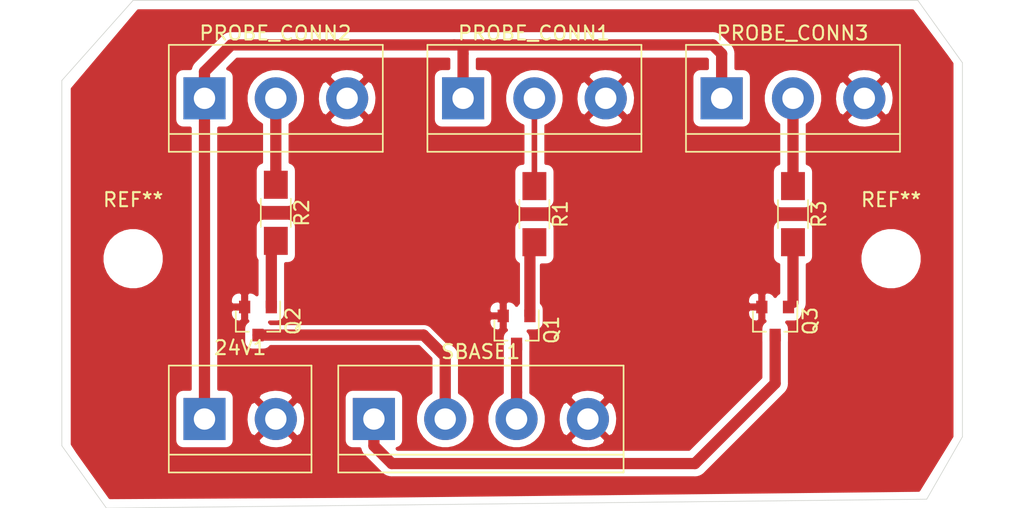
<source format=kicad_pcb>
(kicad_pcb (version 20171130) (host pcbnew "(5.1.9)-1")

  (general
    (thickness 1.6)
    (drawings 8)
    (tracks 29)
    (zones 0)
    (modules 13)
    (nets 12)
  )

  (page A4)
  (layers
    (0 F.Cu signal)
    (31 B.Cu signal)
    (32 B.Adhes user)
    (33 F.Adhes user)
    (34 B.Paste user)
    (35 F.Paste user)
    (36 B.SilkS user)
    (37 F.SilkS user)
    (38 B.Mask user)
    (39 F.Mask user)
    (40 Dwgs.User user)
    (41 Cmts.User user)
    (42 Eco1.User user)
    (43 Eco2.User user)
    (44 Edge.Cuts user)
    (45 Margin user)
    (46 B.CrtYd user)
    (47 F.CrtYd user)
    (48 B.Fab user)
    (49 F.Fab user)
  )

  (setup
    (last_trace_width 0.4)
    (trace_clearance 0.45)
    (zone_clearance 0.508)
    (zone_45_only no)
    (trace_min 0.2)
    (via_size 0.8)
    (via_drill 0.4)
    (via_min_size 0.4)
    (via_min_drill 0.3)
    (uvia_size 0.3)
    (uvia_drill 0.1)
    (uvias_allowed no)
    (uvia_min_size 0.2)
    (uvia_min_drill 0.1)
    (edge_width 0.05)
    (segment_width 0.2)
    (pcb_text_width 0.3)
    (pcb_text_size 1.5 1.5)
    (mod_edge_width 0.12)
    (mod_text_size 1 1)
    (mod_text_width 0.15)
    (pad_size 1.524 1.524)
    (pad_drill 0.762)
    (pad_to_mask_clearance 0)
    (aux_axis_origin 0 0)
    (visible_elements 7FFFFFFF)
    (pcbplotparams
      (layerselection 0x010fc_ffffffff)
      (usegerberextensions false)
      (usegerberattributes true)
      (usegerberadvancedattributes true)
      (creategerberjobfile true)
      (excludeedgelayer true)
      (linewidth 0.100000)
      (plotframeref false)
      (viasonmask false)
      (mode 1)
      (useauxorigin false)
      (hpglpennumber 1)
      (hpglpenspeed 20)
      (hpglpendiameter 15.000000)
      (psnegative false)
      (psa4output false)
      (plotreference true)
      (plotvalue true)
      (plotinvisibletext false)
      (padsonsilk false)
      (subtractmaskfromsilk false)
      (outputformat 1)
      (mirror false)
      (drillshape 1)
      (scaleselection 1)
      (outputdirectory ""))
  )

  (net 0 "")
  (net 1 GND)
  (net 2 24V)
  (net 3 "Net-(PROBE_CONN1-Pad2)")
  (net 4 "Net-(Q1-Pad1)")
  (net 5 "Net-(PROBE_CONN2-Pad2)")
  (net 6 SIGNAL1)
  (net 7 SIGNAL2)
  (net 8 "Net-(Q2-Pad1)")
  (net 9 "Net-(PROBE_CONN3-Pad2)")
  (net 10 SIGNAL3)
  (net 11 "Net-(Q3-Pad1)")

  (net_class Default "This is the default net class."
    (clearance 0.45)
    (trace_width 0.4)
    (via_dia 0.8)
    (via_drill 0.4)
    (uvia_dia 0.3)
    (uvia_drill 0.1)
    (add_net 24V)
    (add_net GND)
    (add_net "Net-(PROBE_CONN1-Pad2)")
    (add_net "Net-(PROBE_CONN2-Pad2)")
    (add_net "Net-(PROBE_CONN3-Pad2)")
    (add_net "Net-(Q1-Pad1)")
    (add_net "Net-(Q2-Pad1)")
    (add_net "Net-(Q3-Pad1)")
    (add_net SIGNAL1)
    (add_net SIGNAL2)
    (add_net SIGNAL3)
  )

  (module TerminalBlock:TerminalBlock_bornier-4_P5.08mm (layer F.Cu) (tedit 59FF03D1) (tstamp 60917CCA)
    (at 136.525 83.185)
    (descr "simple 4-pin terminal block, pitch 5.08mm, revamped version of bornier4")
    (tags "terminal block bornier4")
    (path /60918217)
    (fp_text reference SBASE1 (at 7.6 -4.8) (layer F.SilkS)
      (effects (font (size 1 1) (thickness 0.15)))
    )
    (fp_text value Screw_Terminal_01x04 (at 7.6 4.75) (layer F.Fab)
      (effects (font (size 1 1) (thickness 0.15)))
    )
    (fp_line (start 17.97 4) (end -2.73 4) (layer F.CrtYd) (width 0.05))
    (fp_line (start 17.97 4) (end 17.97 -4) (layer F.CrtYd) (width 0.05))
    (fp_line (start -2.73 -4) (end -2.73 4) (layer F.CrtYd) (width 0.05))
    (fp_line (start -2.73 -4) (end 17.97 -4) (layer F.CrtYd) (width 0.05))
    (fp_line (start -2.54 3.81) (end 17.78 3.81) (layer F.SilkS) (width 0.12))
    (fp_line (start -2.54 -3.81) (end 17.78 -3.81) (layer F.SilkS) (width 0.12))
    (fp_line (start 17.78 2.54) (end -2.54 2.54) (layer F.SilkS) (width 0.12))
    (fp_line (start 17.78 3.81) (end 17.78 -3.81) (layer F.SilkS) (width 0.12))
    (fp_line (start -2.54 -3.81) (end -2.54 3.81) (layer F.SilkS) (width 0.12))
    (fp_line (start 17.72 3.75) (end -2.43 3.75) (layer F.Fab) (width 0.1))
    (fp_line (start 17.72 -3.75) (end 17.72 3.75) (layer F.Fab) (width 0.1))
    (fp_line (start -2.48 -3.75) (end 17.72 -3.75) (layer F.Fab) (width 0.1))
    (fp_line (start -2.48 3.75) (end -2.48 -3.75) (layer F.Fab) (width 0.1))
    (fp_line (start -2.43 3.75) (end -2.48 3.75) (layer F.Fab) (width 0.1))
    (fp_line (start -2.48 2.55) (end 17.72 2.55) (layer F.Fab) (width 0.1))
    (fp_text user %R (at 7.62 0) (layer F.Fab)
      (effects (font (size 1 1) (thickness 0.15)))
    )
    (pad 4 thru_hole circle (at 15.24 0) (size 3 3) (drill 1.52) (layers *.Cu *.Mask)
      (net 1 GND))
    (pad 1 thru_hole rect (at 0 0) (size 3 3) (drill 1.52) (layers *.Cu *.Mask)
      (net 10 SIGNAL3))
    (pad 3 thru_hole circle (at 10.16 0) (size 3 3) (drill 1.52) (layers *.Cu *.Mask)
      (net 6 SIGNAL1))
    (pad 2 thru_hole circle (at 5.08 0) (size 3 3) (drill 1.52) (layers *.Cu *.Mask)
      (net 7 SIGNAL2))
    (model ${KISYS3DMOD}/TerminalBlock.3dshapes/TerminalBlock_bornier-4_P5.08mm.wrl
      (offset (xyz 7.619999885559082 0 0))
      (scale (xyz 1 1 1))
      (rotate (xyz 0 0 0))
    )
  )

  (module Fab:R_1206 (layer F.Cu) (tedit 60020482) (tstamp 60917947)
    (at 166.37 68.58 270)
    (descr "Resistor SMD 1206, hand soldering")
    (tags "resistor 1206")
    (path /6091D788)
    (attr smd)
    (fp_text reference R3 (at 0 -1.85 90) (layer F.SilkS)
      (effects (font (size 1 1) (thickness 0.15)))
    )
    (fp_text value 10K (at 0 1.9 90) (layer F.Fab)
      (effects (font (size 1 1) (thickness 0.15)))
    )
    (fp_line (start -1.6 0.8) (end -1.6 -0.8) (layer F.Fab) (width 0.1))
    (fp_line (start 1.6 0.8) (end -1.6 0.8) (layer F.Fab) (width 0.1))
    (fp_line (start 1.6 -0.8) (end 1.6 0.8) (layer F.Fab) (width 0.1))
    (fp_line (start -1.6 -0.8) (end 1.6 -0.8) (layer F.Fab) (width 0.1))
    (fp_line (start 1 1.07) (end -1 1.07) (layer F.SilkS) (width 0.12))
    (fp_line (start -1 -1.07) (end 1 -1.07) (layer F.SilkS) (width 0.12))
    (fp_line (start -3.25 -1.11) (end 3.25 -1.11) (layer F.CrtYd) (width 0.05))
    (fp_line (start -3.25 -1.11) (end -3.25 1.1) (layer F.CrtYd) (width 0.05))
    (fp_line (start 3.25 1.1) (end 3.25 -1.11) (layer F.CrtYd) (width 0.05))
    (fp_line (start 3.25 1.1) (end -3.25 1.1) (layer F.CrtYd) (width 0.05))
    (fp_text user %R (at 0 0 90) (layer F.Fab)
      (effects (font (size 0.7 0.7) (thickness 0.105)))
    )
    (pad 1 smd rect (at -2 0 270) (size 2 1.7) (layers F.Cu F.Paste F.Mask)
      (net 9 "Net-(PROBE_CONN3-Pad2)"))
    (pad 2 smd rect (at 2 0 270) (size 2 1.7) (layers F.Cu F.Paste F.Mask)
      (net 11 "Net-(Q3-Pad1)"))
    (model ${FAB}/fab.3dshapes/R_1206.step
      (at (xyz 0 0 0))
      (scale (xyz 1 1 1))
      (rotate (xyz 0 0 0))
    )
  )

  (module Package_TO_SOT_SMD:SOT-23 (layer F.Cu) (tedit 5A02FF57) (tstamp 609178F6)
    (at 165.1 76.2 270)
    (descr "SOT-23, Standard")
    (tags SOT-23)
    (path /6091D79A)
    (attr smd)
    (fp_text reference Q3 (at 0 -2.5 90) (layer F.SilkS)
      (effects (font (size 1 1) (thickness 0.15)))
    )
    (fp_text value BC846 (at 0 2.5 90) (layer F.Fab)
      (effects (font (size 1 1) (thickness 0.15)))
    )
    (fp_line (start -0.7 -0.95) (end -0.7 1.5) (layer F.Fab) (width 0.1))
    (fp_line (start -0.15 -1.52) (end 0.7 -1.52) (layer F.Fab) (width 0.1))
    (fp_line (start -0.7 -0.95) (end -0.15 -1.52) (layer F.Fab) (width 0.1))
    (fp_line (start 0.7 -1.52) (end 0.7 1.52) (layer F.Fab) (width 0.1))
    (fp_line (start -0.7 1.52) (end 0.7 1.52) (layer F.Fab) (width 0.1))
    (fp_line (start 0.76 1.58) (end 0.76 0.65) (layer F.SilkS) (width 0.12))
    (fp_line (start 0.76 -1.58) (end 0.76 -0.65) (layer F.SilkS) (width 0.12))
    (fp_line (start -1.7 -1.75) (end 1.7 -1.75) (layer F.CrtYd) (width 0.05))
    (fp_line (start 1.7 -1.75) (end 1.7 1.75) (layer F.CrtYd) (width 0.05))
    (fp_line (start 1.7 1.75) (end -1.7 1.75) (layer F.CrtYd) (width 0.05))
    (fp_line (start -1.7 1.75) (end -1.7 -1.75) (layer F.CrtYd) (width 0.05))
    (fp_line (start 0.76 -1.58) (end -1.4 -1.58) (layer F.SilkS) (width 0.12))
    (fp_line (start 0.76 1.58) (end -0.7 1.58) (layer F.SilkS) (width 0.12))
    (fp_text user %R (at 0 0) (layer F.Fab)
      (effects (font (size 0.5 0.5) (thickness 0.075)))
    )
    (pad 3 smd rect (at 1 0 270) (size 0.9 0.8) (layers F.Cu F.Paste F.Mask)
      (net 10 SIGNAL3))
    (pad 2 smd rect (at -1 0.95 270) (size 0.9 0.8) (layers F.Cu F.Paste F.Mask)
      (net 1 GND))
    (pad 1 smd rect (at -1 -0.95 270) (size 0.9 0.8) (layers F.Cu F.Paste F.Mask)
      (net 11 "Net-(Q3-Pad1)"))
    (model ${KISYS3DMOD}/Package_TO_SOT_SMD.3dshapes/SOT-23.wrl
      (at (xyz 0 0 0))
      (scale (xyz 1 1 1))
      (rotate (xyz 0 0 0))
    )
  )

  (module TerminalBlock:TerminalBlock_bornier-3_P5.08mm (layer F.Cu) (tedit 59FF03B9) (tstamp 60917891)
    (at 161.29 60.325)
    (descr "simple 3-pin terminal block, pitch 5.08mm, revamped version of bornier3")
    (tags "terminal block bornier3")
    (path /6091D78E)
    (fp_text reference PROBE_CONN3 (at 5.05 -4.65) (layer F.SilkS)
      (effects (font (size 1 1) (thickness 0.15)))
    )
    (fp_text value Screw_Terminal_01x03 (at 5.08 5.08) (layer F.Fab)
      (effects (font (size 1 1) (thickness 0.15)))
    )
    (fp_line (start -2.47 2.55) (end 12.63 2.55) (layer F.Fab) (width 0.1))
    (fp_line (start -2.47 -3.75) (end 12.63 -3.75) (layer F.Fab) (width 0.1))
    (fp_line (start 12.63 -3.75) (end 12.63 3.75) (layer F.Fab) (width 0.1))
    (fp_line (start 12.63 3.75) (end -2.47 3.75) (layer F.Fab) (width 0.1))
    (fp_line (start -2.47 3.75) (end -2.47 -3.75) (layer F.Fab) (width 0.1))
    (fp_line (start -2.54 3.81) (end -2.54 -3.81) (layer F.SilkS) (width 0.12))
    (fp_line (start 12.7 3.81) (end 12.7 -3.81) (layer F.SilkS) (width 0.12))
    (fp_line (start -2.54 2.54) (end 12.7 2.54) (layer F.SilkS) (width 0.12))
    (fp_line (start -2.54 -3.81) (end 12.7 -3.81) (layer F.SilkS) (width 0.12))
    (fp_line (start -2.54 3.81) (end 12.7 3.81) (layer F.SilkS) (width 0.12))
    (fp_line (start -2.72 -4) (end 12.88 -4) (layer F.CrtYd) (width 0.05))
    (fp_line (start -2.72 -4) (end -2.72 4) (layer F.CrtYd) (width 0.05))
    (fp_line (start 12.88 4) (end 12.88 -4) (layer F.CrtYd) (width 0.05))
    (fp_line (start 12.88 4) (end -2.72 4) (layer F.CrtYd) (width 0.05))
    (fp_text user %R (at 5.08 0) (layer F.Fab)
      (effects (font (size 1 1) (thickness 0.15)))
    )
    (pad 3 thru_hole circle (at 10.16 0) (size 3 3) (drill 1.52) (layers *.Cu *.Mask)
      (net 1 GND))
    (pad 2 thru_hole circle (at 5.08 0) (size 3 3) (drill 1.52) (layers *.Cu *.Mask)
      (net 9 "Net-(PROBE_CONN3-Pad2)"))
    (pad 1 thru_hole rect (at 0 0) (size 3 3) (drill 1.52) (layers *.Cu *.Mask)
      (net 2 24V))
    (model ${KISYS3DMOD}/TerminalBlock.3dshapes/TerminalBlock_bornier-3_P5.08mm.wrl
      (offset (xyz 5.079999923706055 0 0))
      (scale (xyz 1 1 1))
      (rotate (xyz 0 0 0))
    )
  )

  (module Fab:R_1206 (layer F.Cu) (tedit 60020482) (tstamp 608A98E9)
    (at 129.54 68.485 270)
    (descr "Resistor SMD 1206, hand soldering")
    (tags "resistor 1206")
    (path /608B1886)
    (attr smd)
    (fp_text reference R2 (at 0 -1.85 90) (layer F.SilkS)
      (effects (font (size 1 1) (thickness 0.15)))
    )
    (fp_text value 10K (at 0 1.9 90) (layer F.Fab)
      (effects (font (size 1 1) (thickness 0.15)))
    )
    (fp_line (start 3.25 1.1) (end -3.25 1.1) (layer F.CrtYd) (width 0.05))
    (fp_line (start 3.25 1.1) (end 3.25 -1.11) (layer F.CrtYd) (width 0.05))
    (fp_line (start -3.25 -1.11) (end -3.25 1.1) (layer F.CrtYd) (width 0.05))
    (fp_line (start -3.25 -1.11) (end 3.25 -1.11) (layer F.CrtYd) (width 0.05))
    (fp_line (start -1 -1.07) (end 1 -1.07) (layer F.SilkS) (width 0.12))
    (fp_line (start 1 1.07) (end -1 1.07) (layer F.SilkS) (width 0.12))
    (fp_line (start -1.6 -0.8) (end 1.6 -0.8) (layer F.Fab) (width 0.1))
    (fp_line (start 1.6 -0.8) (end 1.6 0.8) (layer F.Fab) (width 0.1))
    (fp_line (start 1.6 0.8) (end -1.6 0.8) (layer F.Fab) (width 0.1))
    (fp_line (start -1.6 0.8) (end -1.6 -0.8) (layer F.Fab) (width 0.1))
    (fp_text user %R (at 0 0 90) (layer F.Fab)
      (effects (font (size 0.7 0.7) (thickness 0.105)))
    )
    (pad 1 smd rect (at -2 0 270) (size 2 1.7) (layers F.Cu F.Paste F.Mask)
      (net 5 "Net-(PROBE_CONN2-Pad2)"))
    (pad 2 smd rect (at 2 0 270) (size 2 1.7) (layers F.Cu F.Paste F.Mask)
      (net 8 "Net-(Q2-Pad1)"))
    (model ${FAB}/fab.3dshapes/R_1206.step
      (at (xyz 0 0 0))
      (scale (xyz 1 1 1))
      (rotate (xyz 0 0 0))
    )
  )

  (module Package_TO_SOT_SMD:SOT-23 (layer F.Cu) (tedit 5A02FF57) (tstamp 608A98B8)
    (at 128.27 76.2 270)
    (descr "SOT-23, Standard")
    (tags SOT-23)
    (path /608B189B)
    (attr smd)
    (fp_text reference Q2 (at 0 -2.5 90) (layer F.SilkS)
      (effects (font (size 1 1) (thickness 0.15)))
    )
    (fp_text value BC846 (at 0 2.5 90) (layer F.Fab)
      (effects (font (size 1 1) (thickness 0.15)))
    )
    (fp_line (start 0.76 1.58) (end -0.7 1.58) (layer F.SilkS) (width 0.12))
    (fp_line (start 0.76 -1.58) (end -1.4 -1.58) (layer F.SilkS) (width 0.12))
    (fp_line (start -1.7 1.75) (end -1.7 -1.75) (layer F.CrtYd) (width 0.05))
    (fp_line (start 1.7 1.75) (end -1.7 1.75) (layer F.CrtYd) (width 0.05))
    (fp_line (start 1.7 -1.75) (end 1.7 1.75) (layer F.CrtYd) (width 0.05))
    (fp_line (start -1.7 -1.75) (end 1.7 -1.75) (layer F.CrtYd) (width 0.05))
    (fp_line (start 0.76 -1.58) (end 0.76 -0.65) (layer F.SilkS) (width 0.12))
    (fp_line (start 0.76 1.58) (end 0.76 0.65) (layer F.SilkS) (width 0.12))
    (fp_line (start -0.7 1.52) (end 0.7 1.52) (layer F.Fab) (width 0.1))
    (fp_line (start 0.7 -1.52) (end 0.7 1.52) (layer F.Fab) (width 0.1))
    (fp_line (start -0.7 -0.95) (end -0.15 -1.52) (layer F.Fab) (width 0.1))
    (fp_line (start -0.15 -1.52) (end 0.7 -1.52) (layer F.Fab) (width 0.1))
    (fp_line (start -0.7 -0.95) (end -0.7 1.5) (layer F.Fab) (width 0.1))
    (fp_text user %R (at 0 0) (layer F.Fab)
      (effects (font (size 0.5 0.5) (thickness 0.075)))
    )
    (pad 3 smd rect (at 1 0 270) (size 0.9 0.8) (layers F.Cu F.Paste F.Mask)
      (net 7 SIGNAL2))
    (pad 2 smd rect (at -1 0.95 270) (size 0.9 0.8) (layers F.Cu F.Paste F.Mask)
      (net 1 GND))
    (pad 1 smd rect (at -1 -0.95 270) (size 0.9 0.8) (layers F.Cu F.Paste F.Mask)
      (net 8 "Net-(Q2-Pad1)"))
    (model ${KISYS3DMOD}/Package_TO_SOT_SMD.3dshapes/SOT-23.wrl
      (at (xyz 0 0 0))
      (scale (xyz 1 1 1))
      (rotate (xyz 0 0 0))
    )
  )

  (module TerminalBlock:TerminalBlock_bornier-3_P5.08mm (layer F.Cu) (tedit 59FF03B9) (tstamp 608A987B)
    (at 124.46 60.325)
    (descr "simple 3-pin terminal block, pitch 5.08mm, revamped version of bornier3")
    (tags "terminal block bornier3")
    (path /608B188C)
    (fp_text reference PROBE_CONN2 (at 5.05 -4.65) (layer F.SilkS)
      (effects (font (size 1 1) (thickness 0.15)))
    )
    (fp_text value Screw_Terminal_01x03 (at 5.08 5.08) (layer F.Fab)
      (effects (font (size 1 1) (thickness 0.15)))
    )
    (fp_line (start 12.88 4) (end -2.72 4) (layer F.CrtYd) (width 0.05))
    (fp_line (start 12.88 4) (end 12.88 -4) (layer F.CrtYd) (width 0.05))
    (fp_line (start -2.72 -4) (end -2.72 4) (layer F.CrtYd) (width 0.05))
    (fp_line (start -2.72 -4) (end 12.88 -4) (layer F.CrtYd) (width 0.05))
    (fp_line (start -2.54 3.81) (end 12.7 3.81) (layer F.SilkS) (width 0.12))
    (fp_line (start -2.54 -3.81) (end 12.7 -3.81) (layer F.SilkS) (width 0.12))
    (fp_line (start -2.54 2.54) (end 12.7 2.54) (layer F.SilkS) (width 0.12))
    (fp_line (start 12.7 3.81) (end 12.7 -3.81) (layer F.SilkS) (width 0.12))
    (fp_line (start -2.54 3.81) (end -2.54 -3.81) (layer F.SilkS) (width 0.12))
    (fp_line (start -2.47 3.75) (end -2.47 -3.75) (layer F.Fab) (width 0.1))
    (fp_line (start 12.63 3.75) (end -2.47 3.75) (layer F.Fab) (width 0.1))
    (fp_line (start 12.63 -3.75) (end 12.63 3.75) (layer F.Fab) (width 0.1))
    (fp_line (start -2.47 -3.75) (end 12.63 -3.75) (layer F.Fab) (width 0.1))
    (fp_line (start -2.47 2.55) (end 12.63 2.55) (layer F.Fab) (width 0.1))
    (fp_text user %R (at 5.08 0) (layer F.Fab)
      (effects (font (size 1 1) (thickness 0.15)))
    )
    (pad 3 thru_hole circle (at 10.16 0) (size 3 3) (drill 1.52) (layers *.Cu *.Mask)
      (net 1 GND))
    (pad 2 thru_hole circle (at 5.08 0) (size 3 3) (drill 1.52) (layers *.Cu *.Mask)
      (net 5 "Net-(PROBE_CONN2-Pad2)"))
    (pad 1 thru_hole rect (at 0 0) (size 3 3) (drill 1.52) (layers *.Cu *.Mask)
      (net 2 24V))
    (model ${KISYS3DMOD}/TerminalBlock.3dshapes/TerminalBlock_bornier-3_P5.08mm.wrl
      (offset (xyz 5.079999923706055 0 0))
      (scale (xyz 1 1 1))
      (rotate (xyz 0 0 0))
    )
  )

  (module MountingHole:MountingHole_3.2mm_M3 (layer F.Cu) (tedit 56D1B4CB) (tstamp 608227A6)
    (at 119.38 71.755)
    (descr "Mounting Hole 3.2mm, no annular, M3")
    (tags "mounting hole 3.2mm no annular m3")
    (attr virtual)
    (fp_text reference REF** (at 0 -4.2) (layer F.SilkS)
      (effects (font (size 1 1) (thickness 0.15)))
    )
    (fp_text value MountingHole_3.2mm_M3 (at 0 4.2) (layer F.Fab)
      (effects (font (size 1 1) (thickness 0.15)))
    )
    (fp_circle (center 0 0) (end 3.2 0) (layer Cmts.User) (width 0.15))
    (fp_circle (center 0 0) (end 3.45 0) (layer F.CrtYd) (width 0.05))
    (fp_text user %R (at 0.3 0) (layer F.Fab)
      (effects (font (size 1 1) (thickness 0.15)))
    )
    (pad 1 np_thru_hole circle (at 0 0) (size 3.2 3.2) (drill 3.2) (layers *.Cu *.Mask))
  )

  (module MountingHole:MountingHole_3.2mm_M3 (layer F.Cu) (tedit 56D1B4CB) (tstamp 60822782)
    (at 173.355 71.755)
    (descr "Mounting Hole 3.2mm, no annular, M3")
    (tags "mounting hole 3.2mm no annular m3")
    (attr virtual)
    (fp_text reference REF** (at 0 -4.2) (layer F.SilkS)
      (effects (font (size 1 1) (thickness 0.15)))
    )
    (fp_text value MountingHole_3.2mm_M3 (at 0 4.2) (layer F.Fab)
      (effects (font (size 1 1) (thickness 0.15)))
    )
    (fp_circle (center 0 0) (end 3.2 0) (layer Cmts.User) (width 0.15))
    (fp_circle (center 0 0) (end 3.45 0) (layer F.CrtYd) (width 0.05))
    (fp_text user %R (at 0.3 0) (layer F.Fab)
      (effects (font (size 1 1) (thickness 0.15)))
    )
    (pad 1 np_thru_hole circle (at 0 0) (size 3.2 3.2) (drill 3.2) (layers *.Cu *.Mask))
  )

  (module TerminalBlock:TerminalBlock_bornier-3_P5.08mm (layer F.Cu) (tedit 59FF03B9) (tstamp 60822272)
    (at 142.875 60.325)
    (descr "simple 3-pin terminal block, pitch 5.08mm, revamped version of bornier3")
    (tags "terminal block bornier3")
    (path /6081C765)
    (fp_text reference PROBE_CONN1 (at 5.05 -4.65) (layer F.SilkS)
      (effects (font (size 1 1) (thickness 0.15)))
    )
    (fp_text value Screw_Terminal_01x03 (at 5.08 5.08) (layer F.Fab)
      (effects (font (size 1 1) (thickness 0.15)))
    )
    (fp_line (start -2.47 2.55) (end 12.63 2.55) (layer F.Fab) (width 0.1))
    (fp_line (start -2.47 -3.75) (end 12.63 -3.75) (layer F.Fab) (width 0.1))
    (fp_line (start 12.63 -3.75) (end 12.63 3.75) (layer F.Fab) (width 0.1))
    (fp_line (start 12.63 3.75) (end -2.47 3.75) (layer F.Fab) (width 0.1))
    (fp_line (start -2.47 3.75) (end -2.47 -3.75) (layer F.Fab) (width 0.1))
    (fp_line (start -2.54 3.81) (end -2.54 -3.81) (layer F.SilkS) (width 0.12))
    (fp_line (start 12.7 3.81) (end 12.7 -3.81) (layer F.SilkS) (width 0.12))
    (fp_line (start -2.54 2.54) (end 12.7 2.54) (layer F.SilkS) (width 0.12))
    (fp_line (start -2.54 -3.81) (end 12.7 -3.81) (layer F.SilkS) (width 0.12))
    (fp_line (start -2.54 3.81) (end 12.7 3.81) (layer F.SilkS) (width 0.12))
    (fp_line (start -2.72 -4) (end 12.88 -4) (layer F.CrtYd) (width 0.05))
    (fp_line (start -2.72 -4) (end -2.72 4) (layer F.CrtYd) (width 0.05))
    (fp_line (start 12.88 4) (end 12.88 -4) (layer F.CrtYd) (width 0.05))
    (fp_line (start 12.88 4) (end -2.72 4) (layer F.CrtYd) (width 0.05))
    (fp_text user %R (at 5.08 0) (layer F.Fab)
      (effects (font (size 1 1) (thickness 0.15)))
    )
    (pad 3 thru_hole circle (at 10.16 0) (size 3 3) (drill 1.52) (layers *.Cu *.Mask)
      (net 1 GND))
    (pad 2 thru_hole circle (at 5.08 0) (size 3 3) (drill 1.52) (layers *.Cu *.Mask)
      (net 3 "Net-(PROBE_CONN1-Pad2)"))
    (pad 1 thru_hole rect (at 0 0) (size 3 3) (drill 1.52) (layers *.Cu *.Mask)
      (net 2 24V))
    (model ${KISYS3DMOD}/TerminalBlock.3dshapes/TerminalBlock_bornier-3_P5.08mm.wrl
      (offset (xyz 5.079999923706055 0 0))
      (scale (xyz 1 1 1))
      (rotate (xyz 0 0 0))
    )
  )

  (module Fab:R_1206 (layer F.Cu) (tedit 60020482) (tstamp 60822298)
    (at 147.955 68.58 270)
    (descr "Resistor SMD 1206, hand soldering")
    (tags "resistor 1206")
    (path /6081C1EB)
    (attr smd)
    (fp_text reference R1 (at 0 -1.85 90) (layer F.SilkS)
      (effects (font (size 1 1) (thickness 0.15)))
    )
    (fp_text value 10K (at 0 1.9 90) (layer F.Fab)
      (effects (font (size 1 1) (thickness 0.15)))
    )
    (fp_line (start -1.6 0.8) (end -1.6 -0.8) (layer F.Fab) (width 0.1))
    (fp_line (start 1.6 0.8) (end -1.6 0.8) (layer F.Fab) (width 0.1))
    (fp_line (start 1.6 -0.8) (end 1.6 0.8) (layer F.Fab) (width 0.1))
    (fp_line (start -1.6 -0.8) (end 1.6 -0.8) (layer F.Fab) (width 0.1))
    (fp_line (start 1 1.07) (end -1 1.07) (layer F.SilkS) (width 0.12))
    (fp_line (start -1 -1.07) (end 1 -1.07) (layer F.SilkS) (width 0.12))
    (fp_line (start -3.25 -1.11) (end 3.25 -1.11) (layer F.CrtYd) (width 0.05))
    (fp_line (start -3.25 -1.11) (end -3.25 1.1) (layer F.CrtYd) (width 0.05))
    (fp_line (start 3.25 1.1) (end 3.25 -1.11) (layer F.CrtYd) (width 0.05))
    (fp_line (start 3.25 1.1) (end -3.25 1.1) (layer F.CrtYd) (width 0.05))
    (fp_text user %R (at 0 0 90) (layer F.Fab)
      (effects (font (size 0.7 0.7) (thickness 0.105)))
    )
    (pad 1 smd rect (at -2 0 270) (size 2 1.7) (layers F.Cu F.Paste F.Mask)
      (net 3 "Net-(PROBE_CONN1-Pad2)"))
    (pad 2 smd rect (at 2 0 270) (size 2 1.7) (layers F.Cu F.Paste F.Mask)
      (net 4 "Net-(Q1-Pad1)"))
    (model ${FAB}/fab.3dshapes/R_1206.step
      (at (xyz 0 0 0))
      (scale (xyz 1 1 1))
      (rotate (xyz 0 0 0))
    )
  )

  (module Package_TO_SOT_SMD:SOT-23 (layer F.Cu) (tedit 5A02FF57) (tstamp 60822287)
    (at 146.685 76.835 270)
    (descr "SOT-23, Standard")
    (tags SOT-23)
    (path /6082576C)
    (attr smd)
    (fp_text reference Q1 (at 0 -2.5 90) (layer F.SilkS)
      (effects (font (size 1 1) (thickness 0.15)))
    )
    (fp_text value BC846 (at 0 2.5 90) (layer F.Fab)
      (effects (font (size 1 1) (thickness 0.15)))
    )
    (fp_line (start -0.7 -0.95) (end -0.7 1.5) (layer F.Fab) (width 0.1))
    (fp_line (start -0.15 -1.52) (end 0.7 -1.52) (layer F.Fab) (width 0.1))
    (fp_line (start -0.7 -0.95) (end -0.15 -1.52) (layer F.Fab) (width 0.1))
    (fp_line (start 0.7 -1.52) (end 0.7 1.52) (layer F.Fab) (width 0.1))
    (fp_line (start -0.7 1.52) (end 0.7 1.52) (layer F.Fab) (width 0.1))
    (fp_line (start 0.76 1.58) (end 0.76 0.65) (layer F.SilkS) (width 0.12))
    (fp_line (start 0.76 -1.58) (end 0.76 -0.65) (layer F.SilkS) (width 0.12))
    (fp_line (start -1.7 -1.75) (end 1.7 -1.75) (layer F.CrtYd) (width 0.05))
    (fp_line (start 1.7 -1.75) (end 1.7 1.75) (layer F.CrtYd) (width 0.05))
    (fp_line (start 1.7 1.75) (end -1.7 1.75) (layer F.CrtYd) (width 0.05))
    (fp_line (start -1.7 1.75) (end -1.7 -1.75) (layer F.CrtYd) (width 0.05))
    (fp_line (start 0.76 -1.58) (end -1.4 -1.58) (layer F.SilkS) (width 0.12))
    (fp_line (start 0.76 1.58) (end -0.7 1.58) (layer F.SilkS) (width 0.12))
    (fp_text user %R (at 0 0) (layer F.Fab)
      (effects (font (size 0.5 0.5) (thickness 0.075)))
    )
    (pad 3 smd rect (at 1 0 270) (size 0.9 0.8) (layers F.Cu F.Paste F.Mask)
      (net 6 SIGNAL1))
    (pad 2 smd rect (at -1 0.95 270) (size 0.9 0.8) (layers F.Cu F.Paste F.Mask)
      (net 1 GND))
    (pad 1 smd rect (at -1 -0.95 270) (size 0.9 0.8) (layers F.Cu F.Paste F.Mask)
      (net 4 "Net-(Q1-Pad1)"))
    (model ${KISYS3DMOD}/Package_TO_SOT_SMD.3dshapes/SOT-23.wrl
      (at (xyz 0 0 0))
      (scale (xyz 1 1 1))
      (rotate (xyz 0 0 0))
    )
  )

  (module TerminalBlock:TerminalBlock_bornier-2_P5.08mm (layer F.Cu) (tedit 59FF03AB) (tstamp 6082225C)
    (at 124.46 83.185)
    (descr "simple 2-pin terminal block, pitch 5.08mm, revamped version of bornier2")
    (tags "terminal block bornier2")
    (path /608278C1)
    (fp_text reference 24V1 (at 2.54 -5.08) (layer F.SilkS)
      (effects (font (size 1 1) (thickness 0.15)))
    )
    (fp_text value Screw_Terminal_01x02 (at 2.54 5.08) (layer F.Fab)
      (effects (font (size 1 1) (thickness 0.15)))
    )
    (fp_line (start -2.41 2.55) (end 7.49 2.55) (layer F.Fab) (width 0.1))
    (fp_line (start -2.46 -3.75) (end -2.46 3.75) (layer F.Fab) (width 0.1))
    (fp_line (start -2.46 3.75) (end 7.54 3.75) (layer F.Fab) (width 0.1))
    (fp_line (start 7.54 3.75) (end 7.54 -3.75) (layer F.Fab) (width 0.1))
    (fp_line (start 7.54 -3.75) (end -2.46 -3.75) (layer F.Fab) (width 0.1))
    (fp_line (start 7.62 2.54) (end -2.54 2.54) (layer F.SilkS) (width 0.12))
    (fp_line (start 7.62 3.81) (end 7.62 -3.81) (layer F.SilkS) (width 0.12))
    (fp_line (start 7.62 -3.81) (end -2.54 -3.81) (layer F.SilkS) (width 0.12))
    (fp_line (start -2.54 -3.81) (end -2.54 3.81) (layer F.SilkS) (width 0.12))
    (fp_line (start -2.54 3.81) (end 7.62 3.81) (layer F.SilkS) (width 0.12))
    (fp_line (start -2.71 -4) (end 7.79 -4) (layer F.CrtYd) (width 0.05))
    (fp_line (start -2.71 -4) (end -2.71 4) (layer F.CrtYd) (width 0.05))
    (fp_line (start 7.79 4) (end 7.79 -4) (layer F.CrtYd) (width 0.05))
    (fp_line (start 7.79 4) (end -2.71 4) (layer F.CrtYd) (width 0.05))
    (fp_text user %R (at 2.54 0) (layer F.Fab)
      (effects (font (size 1 1) (thickness 0.15)))
    )
    (pad 2 thru_hole circle (at 5.08 0) (size 3 3) (drill 1.52) (layers *.Cu *.Mask)
      (net 1 GND))
    (pad 1 thru_hole rect (at 0 0) (size 3 3) (drill 1.52) (layers *.Cu *.Mask)
      (net 2 24V))
    (model ${KISYS3DMOD}/TerminalBlock.3dshapes/TerminalBlock_bornier-2_P5.08mm.wrl
      (offset (xyz 2.539999961853027 0 0))
      (scale (xyz 1 1 1))
      (rotate (xyz 0 0 0))
    )
  )

  (gr_line (start 119.38 53.34) (end 175.26 53.34) (layer Edge.Cuts) (width 0.05) (tstamp 60924BAE))
  (gr_line (start 114.3 59.055) (end 119.38 53.34) (layer Edge.Cuts) (width 0.05))
  (gr_line (start 114.3 85.09) (end 114.3 59.055) (layer Edge.Cuts) (width 0.05))
  (gr_line (start 117.475 89.535) (end 114.3 85.09) (layer Edge.Cuts) (width 0.05))
  (gr_line (start 175.895 88.9) (end 117.475 89.535) (layer Edge.Cuts) (width 0.05))
  (gr_line (start 178.435 84.455) (end 175.895 88.9) (layer Edge.Cuts) (width 0.05))
  (gr_line (start 178.435 57.785) (end 178.435 84.455) (layer Edge.Cuts) (width 0.05))
  (gr_line (start 175.26 53.34) (end 178.435 57.785) (layer Edge.Cuts) (width 0.05))

  (segment (start 124.46 60.325) (end 124.46 58.42) (width 0.8) (layer F.Cu) (net 2))
  (segment (start 124.46 58.42) (end 126.365 56.515) (width 0.8) (layer F.Cu) (net 2))
  (segment (start 126.365 56.515) (end 142.24 56.515) (width 0.8) (layer F.Cu) (net 2))
  (segment (start 142.875 57.15) (end 142.875 60.325) (width 0.8) (layer F.Cu) (net 2))
  (segment (start 124.46 83.185) (end 124.46 60.325) (width 0.8) (layer F.Cu) (net 2))
  (segment (start 161.29 57.15) (end 161.29 60.325) (width 0.8) (layer F.Cu) (net 2))
  (segment (start 160.655 56.515) (end 161.29 57.15) (width 0.8) (layer F.Cu) (net 2))
  (segment (start 142.875 57.15) (end 142.875 56.515) (width 0.8) (layer F.Cu) (net 2))
  (segment (start 142.875 56.515) (end 160.655 56.515) (width 0.8) (layer F.Cu) (net 2))
  (segment (start 142.24 56.515) (end 142.875 56.515) (width 0.8) (layer F.Cu) (net 2))
  (segment (start 147.955 66.58) (end 147.955 60.325) (width 0.4) (layer F.Cu) (net 3))
  (segment (start 147.635 70.9) (end 147.955 70.58) (width 0.4) (layer F.Cu) (net 4))
  (segment (start 147.635 75.835) (end 147.635 70.9) (width 0.8) (layer F.Cu) (net 4))
  (segment (start 129.54 66.485) (end 129.54 60.325) (width 0.8) (layer F.Cu) (net 5))
  (segment (start 146.685 81.28) (end 146.685 77.835) (width 0.8) (layer F.Cu) (net 6))
  (segment (start 146.685 81.28) (end 146.685 83.185) (width 0.8) (layer F.Cu) (net 6))
  (segment (start 140.065 77.2) (end 128.27 77.2) (width 0.8) (layer F.Cu) (net 7))
  (segment (start 141.605 78.74) (end 140.065 77.2) (width 0.8) (layer F.Cu) (net 7))
  (segment (start 141.605 83.185) (end 141.605 78.74) (width 0.8) (layer F.Cu) (net 7))
  (segment (start 129.22 70.805) (end 129.54 70.485) (width 0.4) (layer F.Cu) (net 8))
  (segment (start 129.22 75.2) (end 129.22 70.805) (width 0.8) (layer F.Cu) (net 8))
  (segment (start 166.37 66.58) (end 166.37 60.325) (width 0.8) (layer F.Cu) (net 9))
  (segment (start 165.1 77.2) (end 165.1 80.645) (width 0.8) (layer F.Cu) (net 10))
  (segment (start 165.1 80.645) (end 159.385 86.36) (width 0.8) (layer F.Cu) (net 10))
  (segment (start 159.385 86.36) (end 137.795 86.36) (width 0.8) (layer F.Cu) (net 10))
  (segment (start 136.525 85.09) (end 136.525 83.185) (width 0.8) (layer F.Cu) (net 10))
  (segment (start 137.795 86.36) (end 136.525 85.09) (width 0.8) (layer F.Cu) (net 10))
  (segment (start 166.37 74.88) (end 166.05 75.2) (width 0.4) (layer F.Cu) (net 11))
  (segment (start 166.37 70.58) (end 166.37 74.88) (width 0.8) (layer F.Cu) (net 11))

  (zone (net 1) (net_name GND) (layer F.Cu) (tstamp 0) (hatch edge 0.508)
    (connect_pads (clearance 0.508))
    (min_thickness 0.254)
    (fill yes (arc_segments 32) (thermal_gap 0.508) (thermal_bridge_width 0.508))
    (polygon
      (pts
        (xy 177.8 57.785) (xy 177.8 84.455) (xy 175.26 88.5825) (xy 117.475 88.9) (xy 114.935 85.009185)
        (xy 114.935 59.609185) (xy 119.6975 53.975) (xy 174.9425 53.975)
      )
    )
    (filled_polygon
      (pts
        (xy 177.277394 57.299858) (xy 177.673 57.853707) (xy 177.673 84.419053) (xy 175.317811 88.246235) (xy 136.44475 88.668769)
        (xy 117.740746 88.771538) (xy 115.440507 85.551205) (xy 115.062 84.971401) (xy 115.062 71.534872) (xy 117.145 71.534872)
        (xy 117.145 71.975128) (xy 117.23089 72.406925) (xy 117.399369 72.813669) (xy 117.643962 73.179729) (xy 117.955271 73.491038)
        (xy 118.321331 73.735631) (xy 118.728075 73.90411) (xy 119.159872 73.99) (xy 119.600128 73.99) (xy 120.031925 73.90411)
        (xy 120.438669 73.735631) (xy 120.804729 73.491038) (xy 121.116038 73.179729) (xy 121.360631 72.813669) (xy 121.52911 72.406925)
        (xy 121.615 71.975128) (xy 121.615 71.534872) (xy 121.52911 71.103075) (xy 121.360631 70.696331) (xy 121.116038 70.330271)
        (xy 120.804729 70.018962) (xy 120.438669 69.774369) (xy 120.031925 69.60589) (xy 119.600128 69.52) (xy 119.159872 69.52)
        (xy 118.728075 69.60589) (xy 118.321331 69.774369) (xy 117.955271 70.018962) (xy 117.643962 70.330271) (xy 117.399369 70.696331)
        (xy 117.23089 71.103075) (xy 117.145 71.534872) (xy 115.062 71.534872) (xy 115.062 59.655671) (xy 115.764154 58.825)
        (xy 122.321928 58.825) (xy 122.321928 61.825) (xy 122.334188 61.949482) (xy 122.370498 62.06918) (xy 122.429463 62.179494)
        (xy 122.508815 62.276185) (xy 122.605506 62.355537) (xy 122.71582 62.414502) (xy 122.835518 62.450812) (xy 122.96 62.463072)
        (xy 123.425001 62.463072) (xy 123.425 81.046928) (xy 122.96 81.046928) (xy 122.835518 81.059188) (xy 122.71582 81.095498)
        (xy 122.605506 81.154463) (xy 122.508815 81.233815) (xy 122.429463 81.330506) (xy 122.370498 81.44082) (xy 122.334188 81.560518)
        (xy 122.321928 81.685) (xy 122.321928 84.685) (xy 122.334188 84.809482) (xy 122.370498 84.92918) (xy 122.429463 85.039494)
        (xy 122.508815 85.136185) (xy 122.605506 85.215537) (xy 122.71582 85.274502) (xy 122.835518 85.310812) (xy 122.96 85.323072)
        (xy 125.96 85.323072) (xy 126.084482 85.310812) (xy 126.20418 85.274502) (xy 126.314494 85.215537) (xy 126.411185 85.136185)
        (xy 126.490537 85.039494) (xy 126.549502 84.92918) (xy 126.585812 84.809482) (xy 126.598072 84.685) (xy 126.598072 84.676653)
        (xy 128.227952 84.676653) (xy 128.383962 84.992214) (xy 128.758745 85.18302) (xy 129.163551 85.297044) (xy 129.582824 85.329902)
        (xy 130.000451 85.280334) (xy 130.400383 85.150243) (xy 130.696038 84.992214) (xy 130.852048 84.676653) (xy 129.54 83.364605)
        (xy 128.227952 84.676653) (xy 126.598072 84.676653) (xy 126.598072 83.227824) (xy 127.395098 83.227824) (xy 127.444666 83.645451)
        (xy 127.574757 84.045383) (xy 127.732786 84.341038) (xy 128.048347 84.497048) (xy 129.360395 83.185) (xy 129.719605 83.185)
        (xy 131.031653 84.497048) (xy 131.347214 84.341038) (xy 131.53802 83.966255) (xy 131.652044 83.561449) (xy 131.684902 83.142176)
        (xy 131.635334 82.724549) (xy 131.505243 82.324617) (xy 131.347214 82.028962) (xy 131.031653 81.872952) (xy 129.719605 83.185)
        (xy 129.360395 83.185) (xy 128.048347 81.872952) (xy 127.732786 82.028962) (xy 127.54198 82.403745) (xy 127.427956 82.808551)
        (xy 127.395098 83.227824) (xy 126.598072 83.227824) (xy 126.598072 81.693347) (xy 128.227952 81.693347) (xy 129.54 83.005395)
        (xy 130.852048 81.693347) (xy 130.847922 81.685) (xy 134.386928 81.685) (xy 134.386928 84.685) (xy 134.399188 84.809482)
        (xy 134.435498 84.92918) (xy 134.494463 85.039494) (xy 134.573815 85.136185) (xy 134.670506 85.215537) (xy 134.78082 85.274502)
        (xy 134.900518 85.310812) (xy 135.025 85.323072) (xy 135.51413 85.323072) (xy 135.564159 85.487992) (xy 135.660266 85.667797)
        (xy 135.789604 85.825396) (xy 135.829097 85.857807) (xy 137.027197 87.055908) (xy 137.059604 87.095396) (xy 137.099092 87.127803)
        (xy 137.217202 87.224734) (xy 137.313309 87.276104) (xy 137.397007 87.320841) (xy 137.592105 87.380024) (xy 137.744162 87.395)
        (xy 137.744171 87.395) (xy 137.794999 87.400006) (xy 137.845827 87.395) (xy 159.334172 87.395) (xy 159.385 87.400006)
        (xy 159.435828 87.395) (xy 159.435838 87.395) (xy 159.587895 87.380024) (xy 159.782993 87.320841) (xy 159.962797 87.224734)
        (xy 160.120396 87.095396) (xy 160.152807 87.055903) (xy 165.795908 81.412803) (xy 165.835396 81.380396) (xy 165.90713 81.292988)
        (xy 165.964734 81.222798) (xy 166.060841 81.042994) (xy 166.074615 80.997585) (xy 166.120024 80.847895) (xy 166.135 80.695838)
        (xy 166.135 80.695835) (xy 166.140007 80.645) (xy 166.135 80.594165) (xy 166.135 77.681192) (xy 166.138072 77.65)
        (xy 166.138072 76.75) (xy 166.125812 76.625518) (xy 166.089502 76.50582) (xy 166.030537 76.395506) (xy 165.951185 76.298815)
        (xy 165.938095 76.288072) (xy 166.45 76.288072) (xy 166.574482 76.275812) (xy 166.69418 76.239502) (xy 166.804494 76.180537)
        (xy 166.901185 76.101185) (xy 166.980537 76.004494) (xy 167.039502 75.89418) (xy 167.075812 75.774482) (xy 167.088072 75.65)
        (xy 167.088072 75.629613) (xy 167.105396 75.615396) (xy 167.234734 75.457797) (xy 167.330841 75.277993) (xy 167.390024 75.082895)
        (xy 167.405 74.930838) (xy 167.405 72.187454) (xy 167.46418 72.169502) (xy 167.574494 72.110537) (xy 167.671185 72.031185)
        (xy 167.750537 71.934494) (xy 167.809502 71.82418) (xy 167.845812 71.704482) (xy 167.858072 71.58) (xy 167.858072 71.534872)
        (xy 171.12 71.534872) (xy 171.12 71.975128) (xy 171.20589 72.406925) (xy 171.374369 72.813669) (xy 171.618962 73.179729)
        (xy 171.930271 73.491038) (xy 172.296331 73.735631) (xy 172.703075 73.90411) (xy 173.134872 73.99) (xy 173.575128 73.99)
        (xy 174.006925 73.90411) (xy 174.413669 73.735631) (xy 174.779729 73.491038) (xy 175.091038 73.179729) (xy 175.335631 72.813669)
        (xy 175.50411 72.406925) (xy 175.59 71.975128) (xy 175.59 71.534872) (xy 175.50411 71.103075) (xy 175.335631 70.696331)
        (xy 175.091038 70.330271) (xy 174.779729 70.018962) (xy 174.413669 69.774369) (xy 174.006925 69.60589) (xy 173.575128 69.52)
        (xy 173.134872 69.52) (xy 172.703075 69.60589) (xy 172.296331 69.774369) (xy 171.930271 70.018962) (xy 171.618962 70.330271)
        (xy 171.374369 70.696331) (xy 171.20589 71.103075) (xy 171.12 71.534872) (xy 167.858072 71.534872) (xy 167.858072 69.58)
        (xy 167.845812 69.455518) (xy 167.809502 69.33582) (xy 167.750537 69.225506) (xy 167.671185 69.128815) (xy 167.574494 69.049463)
        (xy 167.46418 68.990498) (xy 167.344482 68.954188) (xy 167.22 68.941928) (xy 165.52 68.941928) (xy 165.395518 68.954188)
        (xy 165.27582 68.990498) (xy 165.165506 69.049463) (xy 165.068815 69.128815) (xy 164.989463 69.225506) (xy 164.930498 69.33582)
        (xy 164.894188 69.455518) (xy 164.881928 69.58) (xy 164.881928 71.58) (xy 164.894188 71.704482) (xy 164.930498 71.82418)
        (xy 164.989463 71.934494) (xy 165.068815 72.031185) (xy 165.165506 72.110537) (xy 165.27582 72.169502) (xy 165.335 72.187454)
        (xy 165.335001 74.198352) (xy 165.295506 74.219463) (xy 165.198815 74.298815) (xy 165.119463 74.395506) (xy 165.1 74.431918)
        (xy 165.080537 74.395506) (xy 165.001185 74.298815) (xy 164.904494 74.219463) (xy 164.79418 74.160498) (xy 164.674482 74.124188)
        (xy 164.55 74.111928) (xy 164.43575 74.115) (xy 164.277 74.27375) (xy 164.277 75.073) (xy 164.297 75.073)
        (xy 164.297 75.327) (xy 164.277 75.327) (xy 164.277 76.12625) (xy 164.361607 76.210857) (xy 164.345506 76.219463)
        (xy 164.248815 76.298815) (xy 164.169463 76.395506) (xy 164.110498 76.50582) (xy 164.074188 76.625518) (xy 164.061928 76.75)
        (xy 164.061928 77.65) (xy 164.065 77.681193) (xy 164.065001 80.216288) (xy 158.95629 85.325) (xy 151.849125 85.325)
        (xy 152.225451 85.280334) (xy 152.625383 85.150243) (xy 152.921038 84.992214) (xy 153.077048 84.676653) (xy 151.765 83.364605)
        (xy 150.452952 84.676653) (xy 150.608962 84.992214) (xy 150.983745 85.18302) (xy 151.388551 85.297044) (xy 151.745274 85.325)
        (xy 138.223711 85.325) (xy 138.195549 85.296838) (xy 138.26918 85.274502) (xy 138.379494 85.215537) (xy 138.476185 85.136185)
        (xy 138.555537 85.039494) (xy 138.614502 84.92918) (xy 138.650812 84.809482) (xy 138.663072 84.685) (xy 138.663072 81.685)
        (xy 138.650812 81.560518) (xy 138.614502 81.44082) (xy 138.555537 81.330506) (xy 138.476185 81.233815) (xy 138.379494 81.154463)
        (xy 138.26918 81.095498) (xy 138.149482 81.059188) (xy 138.025 81.046928) (xy 135.025 81.046928) (xy 134.900518 81.059188)
        (xy 134.78082 81.095498) (xy 134.670506 81.154463) (xy 134.573815 81.233815) (xy 134.494463 81.330506) (xy 134.435498 81.44082)
        (xy 134.399188 81.560518) (xy 134.386928 81.685) (xy 130.847922 81.685) (xy 130.696038 81.377786) (xy 130.321255 81.18698)
        (xy 129.916449 81.072956) (xy 129.497176 81.040098) (xy 129.079549 81.089666) (xy 128.679617 81.219757) (xy 128.383962 81.377786)
        (xy 128.227952 81.693347) (xy 126.598072 81.693347) (xy 126.598072 81.685) (xy 126.585812 81.560518) (xy 126.549502 81.44082)
        (xy 126.490537 81.330506) (xy 126.411185 81.233815) (xy 126.314494 81.154463) (xy 126.20418 81.095498) (xy 126.084482 81.059188)
        (xy 125.96 81.046928) (xy 125.495 81.046928) (xy 125.495 76.75) (xy 127.231928 76.75) (xy 127.231928 77.65)
        (xy 127.244188 77.774482) (xy 127.280498 77.89418) (xy 127.339463 78.004494) (xy 127.418815 78.101185) (xy 127.515506 78.180537)
        (xy 127.62582 78.239502) (xy 127.745518 78.275812) (xy 127.87 78.288072) (xy 128.67 78.288072) (xy 128.794482 78.275812)
        (xy 128.91418 78.239502) (xy 129.024494 78.180537) (xy 129.121185 78.101185) (xy 129.175501 78.035) (xy 139.719133 78.035)
        (xy 140.570001 78.885869) (xy 140.57 81.308822) (xy 140.244017 81.526637) (xy 139.946637 81.824017) (xy 139.712988 82.173698)
        (xy 139.552047 82.562244) (xy 139.47 82.974721) (xy 139.47 83.395279) (xy 139.552047 83.807756) (xy 139.712988 84.196302)
        (xy 139.946637 84.545983) (xy 140.244017 84.843363) (xy 140.593698 85.077012) (xy 140.982244 85.237953) (xy 141.394721 85.32)
        (xy 141.815279 85.32) (xy 142.227756 85.237953) (xy 142.616302 85.077012) (xy 142.965983 84.843363) (xy 143.263363 84.545983)
        (xy 143.497012 84.196302) (xy 143.657953 83.807756) (xy 143.74 83.395279) (xy 143.74 82.974721) (xy 144.55 82.974721)
        (xy 144.55 83.395279) (xy 144.632047 83.807756) (xy 144.792988 84.196302) (xy 145.026637 84.545983) (xy 145.324017 84.843363)
        (xy 145.673698 85.077012) (xy 146.062244 85.237953) (xy 146.474721 85.32) (xy 146.895279 85.32) (xy 147.307756 85.237953)
        (xy 147.696302 85.077012) (xy 148.045983 84.843363) (xy 148.343363 84.545983) (xy 148.577012 84.196302) (xy 148.737953 83.807756)
        (xy 148.82 83.395279) (xy 148.82 83.227824) (xy 149.620098 83.227824) (xy 149.669666 83.645451) (xy 149.799757 84.045383)
        (xy 149.957786 84.341038) (xy 150.273347 84.497048) (xy 151.585395 83.185) (xy 151.944605 83.185) (xy 153.256653 84.497048)
        (xy 153.572214 84.341038) (xy 153.76302 83.966255) (xy 153.877044 83.561449) (xy 153.909902 83.142176) (xy 153.860334 82.724549)
        (xy 153.730243 82.324617) (xy 153.572214 82.028962) (xy 153.256653 81.872952) (xy 151.944605 83.185) (xy 151.585395 83.185)
        (xy 150.273347 81.872952) (xy 149.957786 82.028962) (xy 149.76698 82.403745) (xy 149.652956 82.808551) (xy 149.620098 83.227824)
        (xy 148.82 83.227824) (xy 148.82 82.974721) (xy 148.737953 82.562244) (xy 148.577012 82.173698) (xy 148.343363 81.824017)
        (xy 148.212693 81.693347) (xy 150.452952 81.693347) (xy 151.765 83.005395) (xy 153.077048 81.693347) (xy 152.921038 81.377786)
        (xy 152.546255 81.18698) (xy 152.141449 81.072956) (xy 151.722176 81.040098) (xy 151.304549 81.089666) (xy 150.904617 81.219757)
        (xy 150.608962 81.377786) (xy 150.452952 81.693347) (xy 148.212693 81.693347) (xy 148.045983 81.526637) (xy 147.72 81.308822)
        (xy 147.72 78.316192) (xy 147.723072 78.285) (xy 147.723072 77.385) (xy 147.710812 77.260518) (xy 147.674502 77.14082)
        (xy 147.615537 77.030506) (xy 147.536185 76.933815) (xy 147.523095 76.923072) (xy 148.035 76.923072) (xy 148.159482 76.910812)
        (xy 148.27918 76.874502) (xy 148.389494 76.815537) (xy 148.486185 76.736185) (xy 148.565537 76.639494) (xy 148.624502 76.52918)
        (xy 148.660812 76.409482) (xy 148.673072 76.285) (xy 148.673072 75.65) (xy 163.111928 75.65) (xy 163.124188 75.774482)
        (xy 163.160498 75.89418) (xy 163.219463 76.004494) (xy 163.298815 76.101185) (xy 163.395506 76.180537) (xy 163.50582 76.239502)
        (xy 163.625518 76.275812) (xy 163.75 76.288072) (xy 163.86425 76.285) (xy 164.023 76.12625) (xy 164.023 75.327)
        (xy 163.27375 75.327) (xy 163.115 75.48575) (xy 163.111928 75.65) (xy 148.673072 75.65) (xy 148.673072 75.385)
        (xy 148.660812 75.260518) (xy 148.624502 75.14082) (xy 148.565537 75.030506) (xy 148.486185 74.933815) (xy 148.47 74.920532)
        (xy 148.47 74.75) (xy 163.111928 74.75) (xy 163.115 74.91425) (xy 163.27375 75.073) (xy 164.023 75.073)
        (xy 164.023 74.27375) (xy 163.86425 74.115) (xy 163.75 74.111928) (xy 163.625518 74.124188) (xy 163.50582 74.160498)
        (xy 163.395506 74.219463) (xy 163.298815 74.298815) (xy 163.219463 74.395506) (xy 163.160498 74.50582) (xy 163.124188 74.625518)
        (xy 163.111928 74.75) (xy 148.47 74.75) (xy 148.47 72.218072) (xy 148.805 72.218072) (xy 148.929482 72.205812)
        (xy 149.04918 72.169502) (xy 149.159494 72.110537) (xy 149.256185 72.031185) (xy 149.335537 71.934494) (xy 149.394502 71.82418)
        (xy 149.430812 71.704482) (xy 149.443072 71.58) (xy 149.443072 69.58) (xy 149.430812 69.455518) (xy 149.394502 69.33582)
        (xy 149.335537 69.225506) (xy 149.256185 69.128815) (xy 149.159494 69.049463) (xy 149.04918 68.990498) (xy 148.929482 68.954188)
        (xy 148.805 68.941928) (xy 147.105 68.941928) (xy 146.980518 68.954188) (xy 146.86082 68.990498) (xy 146.750506 69.049463)
        (xy 146.653815 69.128815) (xy 146.574463 69.225506) (xy 146.515498 69.33582) (xy 146.479188 69.455518) (xy 146.466928 69.58)
        (xy 146.466928 71.58) (xy 146.479188 71.704482) (xy 146.515498 71.82418) (xy 146.574463 71.934494) (xy 146.653815 72.031185)
        (xy 146.750506 72.110537) (xy 146.800001 72.136993) (xy 146.8 74.920532) (xy 146.783815 74.933815) (xy 146.704463 75.030506)
        (xy 146.685 75.066918) (xy 146.665537 75.030506) (xy 146.586185 74.933815) (xy 146.489494 74.854463) (xy 146.37918 74.795498)
        (xy 146.259482 74.759188) (xy 146.135 74.746928) (xy 146.02075 74.75) (xy 145.862 74.90875) (xy 145.862 75.708)
        (xy 145.882 75.708) (xy 145.882 75.962) (xy 145.862 75.962) (xy 145.862 76.76125) (xy 145.946607 76.845857)
        (xy 145.930506 76.854463) (xy 145.833815 76.933815) (xy 145.754463 77.030506) (xy 145.695498 77.14082) (xy 145.659188 77.260518)
        (xy 145.646928 77.385) (xy 145.646928 78.285) (xy 145.650001 78.3162) (xy 145.65 81.229162) (xy 145.65 81.308822)
        (xy 145.324017 81.526637) (xy 145.026637 81.824017) (xy 144.792988 82.173698) (xy 144.632047 82.562244) (xy 144.55 82.974721)
        (xy 143.74 82.974721) (xy 143.657953 82.562244) (xy 143.497012 82.173698) (xy 143.263363 81.824017) (xy 142.965983 81.526637)
        (xy 142.64 81.308822) (xy 142.64 78.689162) (xy 142.625024 78.537105) (xy 142.565841 78.342007) (xy 142.469734 78.162203)
        (xy 142.340396 78.004604) (xy 142.182797 77.875266) (xy 142.002993 77.779159) (xy 141.807895 77.719976) (xy 141.76125 77.715382)
        (xy 140.684446 76.638578) (xy 140.658291 76.606709) (xy 140.531146 76.502364) (xy 140.386087 76.424828) (xy 140.228689 76.377082)
        (xy 140.106019 76.365) (xy 140.106018 76.365) (xy 140.065 76.36096) (xy 140.023982 76.365) (xy 129.175501 76.365)
        (xy 129.121185 76.298815) (xy 129.108095 76.288072) (xy 129.62 76.288072) (xy 129.651191 76.285) (xy 144.696928 76.285)
        (xy 144.709188 76.409482) (xy 144.745498 76.52918) (xy 144.804463 76.639494) (xy 144.883815 76.736185) (xy 144.980506 76.815537)
        (xy 145.09082 76.874502) (xy 145.210518 76.910812) (xy 145.335 76.923072) (xy 145.44925 76.92) (xy 145.608 76.76125)
        (xy 145.608 75.962) (xy 144.85875 75.962) (xy 144.7 76.12075) (xy 144.696928 76.285) (xy 129.651191 76.285)
        (xy 129.744482 76.275812) (xy 129.86418 76.239502) (xy 129.974494 76.180537) (xy 130.071185 76.101185) (xy 130.150537 76.004494)
        (xy 130.209502 75.89418) (xy 130.245812 75.774482) (xy 130.258072 75.65) (xy 130.258072 75.385) (xy 144.696928 75.385)
        (xy 144.7 75.54925) (xy 144.85875 75.708) (xy 145.608 75.708) (xy 145.608 74.90875) (xy 145.44925 74.75)
        (xy 145.335 74.746928) (xy 145.210518 74.759188) (xy 145.09082 74.795498) (xy 144.980506 74.854463) (xy 144.883815 74.933815)
        (xy 144.804463 75.030506) (xy 144.745498 75.14082) (xy 144.709188 75.260518) (xy 144.696928 75.385) (xy 130.258072 75.385)
        (xy 130.258072 74.75) (xy 130.255 74.718808) (xy 130.255 72.123072) (xy 130.39 72.123072) (xy 130.514482 72.110812)
        (xy 130.63418 72.074502) (xy 130.744494 72.015537) (xy 130.841185 71.936185) (xy 130.920537 71.839494) (xy 130.979502 71.72918)
        (xy 131.015812 71.609482) (xy 131.028072 71.485) (xy 131.028072 69.485) (xy 131.015812 69.360518) (xy 130.979502 69.24082)
        (xy 130.920537 69.130506) (xy 130.841185 69.033815) (xy 130.744494 68.954463) (xy 130.63418 68.895498) (xy 130.514482 68.859188)
        (xy 130.39 68.846928) (xy 128.69 68.846928) (xy 128.565518 68.859188) (xy 128.44582 68.895498) (xy 128.335506 68.954463)
        (xy 128.238815 69.033815) (xy 128.159463 69.130506) (xy 128.100498 69.24082) (xy 128.064188 69.360518) (xy 128.051928 69.485)
        (xy 128.051928 71.485) (xy 128.064188 71.609482) (xy 128.100498 71.72918) (xy 128.159463 71.839494) (xy 128.185001 71.870612)
        (xy 128.185 74.315649) (xy 128.171185 74.298815) (xy 128.074494 74.219463) (xy 127.96418 74.160498) (xy 127.844482 74.124188)
        (xy 127.72 74.111928) (xy 127.60575 74.115) (xy 127.447 74.27375) (xy 127.447 75.073) (xy 127.467 75.073)
        (xy 127.467 75.327) (xy 127.447 75.327) (xy 127.447 76.12625) (xy 127.531607 76.210857) (xy 127.515506 76.219463)
        (xy 127.418815 76.298815) (xy 127.339463 76.395506) (xy 127.280498 76.50582) (xy 127.244188 76.625518) (xy 127.231928 76.75)
        (xy 125.495 76.75) (xy 125.495 75.65) (xy 126.281928 75.65) (xy 126.294188 75.774482) (xy 126.330498 75.89418)
        (xy 126.389463 76.004494) (xy 126.468815 76.101185) (xy 126.565506 76.180537) (xy 126.67582 76.239502) (xy 126.795518 76.275812)
        (xy 126.92 76.288072) (xy 127.03425 76.285) (xy 127.193 76.12625) (xy 127.193 75.327) (xy 126.44375 75.327)
        (xy 126.285 75.48575) (xy 126.281928 75.65) (xy 125.495 75.65) (xy 125.495 74.75) (xy 126.281928 74.75)
        (xy 126.285 74.91425) (xy 126.44375 75.073) (xy 127.193 75.073) (xy 127.193 74.27375) (xy 127.03425 74.115)
        (xy 126.92 74.111928) (xy 126.795518 74.124188) (xy 126.67582 74.160498) (xy 126.565506 74.219463) (xy 126.468815 74.298815)
        (xy 126.389463 74.395506) (xy 126.330498 74.50582) (xy 126.294188 74.625518) (xy 126.281928 74.75) (xy 125.495 74.75)
        (xy 125.495 62.463072) (xy 125.96 62.463072) (xy 126.084482 62.450812) (xy 126.20418 62.414502) (xy 126.314494 62.355537)
        (xy 126.411185 62.276185) (xy 126.490537 62.179494) (xy 126.549502 62.06918) (xy 126.585812 61.949482) (xy 126.598072 61.825)
        (xy 126.598072 60.114721) (xy 127.405 60.114721) (xy 127.405 60.535279) (xy 127.487047 60.947756) (xy 127.647988 61.336302)
        (xy 127.881637 61.685983) (xy 128.179017 61.983363) (xy 128.505001 62.201178) (xy 128.505 64.877546) (xy 128.44582 64.895498)
        (xy 128.335506 64.954463) (xy 128.238815 65.033815) (xy 128.159463 65.130506) (xy 128.100498 65.24082) (xy 128.064188 65.360518)
        (xy 128.051928 65.485) (xy 128.051928 67.485) (xy 128.064188 67.609482) (xy 128.100498 67.72918) (xy 128.159463 67.839494)
        (xy 128.238815 67.936185) (xy 128.335506 68.015537) (xy 128.44582 68.074502) (xy 128.565518 68.110812) (xy 128.69 68.123072)
        (xy 130.39 68.123072) (xy 130.514482 68.110812) (xy 130.63418 68.074502) (xy 130.744494 68.015537) (xy 130.841185 67.936185)
        (xy 130.920537 67.839494) (xy 130.979502 67.72918) (xy 131.015812 67.609482) (xy 131.028072 67.485) (xy 131.028072 65.485)
        (xy 131.015812 65.360518) (xy 130.979502 65.24082) (xy 130.920537 65.130506) (xy 130.841185 65.033815) (xy 130.744494 64.954463)
        (xy 130.63418 64.895498) (xy 130.575 64.877546) (xy 130.575 62.201178) (xy 130.900983 61.983363) (xy 131.067693 61.816653)
        (xy 133.307952 61.816653) (xy 133.463962 62.132214) (xy 133.838745 62.32302) (xy 134.243551 62.437044) (xy 134.662824 62.469902)
        (xy 135.080451 62.420334) (xy 135.480383 62.290243) (xy 135.776038 62.132214) (xy 135.932048 61.816653) (xy 134.62 60.504605)
        (xy 133.307952 61.816653) (xy 131.067693 61.816653) (xy 131.198363 61.685983) (xy 131.432012 61.336302) (xy 131.592953 60.947756)
        (xy 131.675 60.535279) (xy 131.675 60.367824) (xy 132.475098 60.367824) (xy 132.524666 60.785451) (xy 132.654757 61.185383)
        (xy 132.812786 61.481038) (xy 133.128347 61.637048) (xy 134.440395 60.325) (xy 134.799605 60.325) (xy 136.111653 61.637048)
        (xy 136.427214 61.481038) (xy 136.61802 61.106255) (xy 136.732044 60.701449) (xy 136.764902 60.282176) (xy 136.715334 59.864549)
        (xy 136.585243 59.464617) (xy 136.427214 59.168962) (xy 136.111653 59.012952) (xy 134.799605 60.325) (xy 134.440395 60.325)
        (xy 133.128347 59.012952) (xy 132.812786 59.168962) (xy 132.62198 59.543745) (xy 132.507956 59.948551) (xy 132.475098 60.367824)
        (xy 131.675 60.367824) (xy 131.675 60.114721) (xy 131.592953 59.702244) (xy 131.432012 59.313698) (xy 131.198363 58.964017)
        (xy 131.067693 58.833347) (xy 133.307952 58.833347) (xy 134.62 60.145395) (xy 135.932048 58.833347) (xy 135.776038 58.517786)
        (xy 135.401255 58.32698) (xy 134.996449 58.212956) (xy 134.577176 58.180098) (xy 134.159549 58.229666) (xy 133.759617 58.359757)
        (xy 133.463962 58.517786) (xy 133.307952 58.833347) (xy 131.067693 58.833347) (xy 130.900983 58.666637) (xy 130.551302 58.432988)
        (xy 130.162756 58.272047) (xy 129.750279 58.19) (xy 129.329721 58.19) (xy 128.917244 58.272047) (xy 128.528698 58.432988)
        (xy 128.179017 58.666637) (xy 127.881637 58.964017) (xy 127.647988 59.313698) (xy 127.487047 59.702244) (xy 127.405 60.114721)
        (xy 126.598072 60.114721) (xy 126.598072 58.825) (xy 126.585812 58.700518) (xy 126.549502 58.58082) (xy 126.490537 58.470506)
        (xy 126.411185 58.373815) (xy 126.314494 58.294463) (xy 126.20418 58.235498) (xy 126.130548 58.213162) (xy 126.793711 57.55)
        (xy 141.84 57.55) (xy 141.84 58.186928) (xy 141.375 58.186928) (xy 141.250518 58.199188) (xy 141.13082 58.235498)
        (xy 141.020506 58.294463) (xy 140.923815 58.373815) (xy 140.844463 58.470506) (xy 140.785498 58.58082) (xy 140.749188 58.700518)
        (xy 140.736928 58.825) (xy 140.736928 61.825) (xy 140.749188 61.949482) (xy 140.785498 62.06918) (xy 140.844463 62.179494)
        (xy 140.923815 62.276185) (xy 141.020506 62.355537) (xy 141.13082 62.414502) (xy 141.250518 62.450812) (xy 141.375 62.463072)
        (xy 144.375 62.463072) (xy 144.499482 62.450812) (xy 144.61918 62.414502) (xy 144.729494 62.355537) (xy 144.826185 62.276185)
        (xy 144.905537 62.179494) (xy 144.964502 62.06918) (xy 145.000812 61.949482) (xy 145.013072 61.825) (xy 145.013072 60.114721)
        (xy 145.82 60.114721) (xy 145.82 60.535279) (xy 145.902047 60.947756) (xy 146.062988 61.336302) (xy 146.296637 61.685983)
        (xy 146.594017 61.983363) (xy 146.943698 62.217012) (xy 147.120001 62.290039) (xy 147.12 64.941928) (xy 147.105 64.941928)
        (xy 146.980518 64.954188) (xy 146.86082 64.990498) (xy 146.750506 65.049463) (xy 146.653815 65.128815) (xy 146.574463 65.225506)
        (xy 146.515498 65.33582) (xy 146.479188 65.455518) (xy 146.466928 65.58) (xy 146.466928 67.58) (xy 146.479188 67.704482)
        (xy 146.515498 67.82418) (xy 146.574463 67.934494) (xy 146.653815 68.031185) (xy 146.750506 68.110537) (xy 146.86082 68.169502)
        (xy 146.980518 68.205812) (xy 147.105 68.218072) (xy 148.805 68.218072) (xy 148.929482 68.205812) (xy 149.04918 68.169502)
        (xy 149.159494 68.110537) (xy 149.256185 68.031185) (xy 149.335537 67.934494) (xy 149.394502 67.82418) (xy 149.430812 67.704482)
        (xy 149.443072 67.58) (xy 149.443072 65.58) (xy 149.430812 65.455518) (xy 149.394502 65.33582) (xy 149.335537 65.225506)
        (xy 149.256185 65.128815) (xy 149.159494 65.049463) (xy 149.04918 64.990498) (xy 148.929482 64.954188) (xy 148.805 64.941928)
        (xy 148.79 64.941928) (xy 148.79 62.290039) (xy 148.966302 62.217012) (xy 149.315983 61.983363) (xy 149.482693 61.816653)
        (xy 151.722952 61.816653) (xy 151.878962 62.132214) (xy 152.253745 62.32302) (xy 152.658551 62.437044) (xy 153.077824 62.469902)
        (xy 153.495451 62.420334) (xy 153.895383 62.290243) (xy 154.191038 62.132214) (xy 154.347048 61.816653) (xy 153.035 60.504605)
        (xy 151.722952 61.816653) (xy 149.482693 61.816653) (xy 149.613363 61.685983) (xy 149.847012 61.336302) (xy 150.007953 60.947756)
        (xy 150.09 60.535279) (xy 150.09 60.367824) (xy 150.890098 60.367824) (xy 150.939666 60.785451) (xy 151.069757 61.185383)
        (xy 151.227786 61.481038) (xy 151.543347 61.637048) (xy 152.855395 60.325) (xy 153.214605 60.325) (xy 154.526653 61.637048)
        (xy 154.842214 61.481038) (xy 155.03302 61.106255) (xy 155.147044 60.701449) (xy 155.179902 60.282176) (xy 155.130334 59.864549)
        (xy 155.000243 59.464617) (xy 154.842214 59.168962) (xy 154.526653 59.012952) (xy 153.214605 60.325) (xy 152.855395 60.325)
        (xy 151.543347 59.012952) (xy 151.227786 59.168962) (xy 151.03698 59.543745) (xy 150.922956 59.948551) (xy 150.890098 60.367824)
        (xy 150.09 60.367824) (xy 150.09 60.114721) (xy 150.007953 59.702244) (xy 149.847012 59.313698) (xy 149.613363 58.964017)
        (xy 149.482693 58.833347) (xy 151.722952 58.833347) (xy 153.035 60.145395) (xy 154.347048 58.833347) (xy 154.191038 58.517786)
        (xy 153.816255 58.32698) (xy 153.411449 58.212956) (xy 152.992176 58.180098) (xy 152.574549 58.229666) (xy 152.174617 58.359757)
        (xy 151.878962 58.517786) (xy 151.722952 58.833347) (xy 149.482693 58.833347) (xy 149.315983 58.666637) (xy 148.966302 58.432988)
        (xy 148.577756 58.272047) (xy 148.165279 58.19) (xy 147.744721 58.19) (xy 147.332244 58.272047) (xy 146.943698 58.432988)
        (xy 146.594017 58.666637) (xy 146.296637 58.964017) (xy 146.062988 59.313698) (xy 145.902047 59.702244) (xy 145.82 60.114721)
        (xy 145.013072 60.114721) (xy 145.013072 58.825) (xy 145.000812 58.700518) (xy 144.964502 58.58082) (xy 144.905537 58.470506)
        (xy 144.826185 58.373815) (xy 144.729494 58.294463) (xy 144.61918 58.235498) (xy 144.499482 58.199188) (xy 144.375 58.186928)
        (xy 143.91 58.186928) (xy 143.91 57.55) (xy 160.22629 57.55) (xy 160.255 57.57871) (xy 160.255 58.186928)
        (xy 159.79 58.186928) (xy 159.665518 58.199188) (xy 159.54582 58.235498) (xy 159.435506 58.294463) (xy 159.338815 58.373815)
        (xy 159.259463 58.470506) (xy 159.200498 58.58082) (xy 159.164188 58.700518) (xy 159.151928 58.825) (xy 159.151928 61.825)
        (xy 159.164188 61.949482) (xy 159.200498 62.06918) (xy 159.259463 62.179494) (xy 159.338815 62.276185) (xy 159.435506 62.355537)
        (xy 159.54582 62.414502) (xy 159.665518 62.450812) (xy 159.79 62.463072) (xy 162.79 62.463072) (xy 162.914482 62.450812)
        (xy 163.03418 62.414502) (xy 163.144494 62.355537) (xy 163.241185 62.276185) (xy 163.320537 62.179494) (xy 163.379502 62.06918)
        (xy 163.415812 61.949482) (xy 163.428072 61.825) (xy 163.428072 60.114721) (xy 164.235 60.114721) (xy 164.235 60.535279)
        (xy 164.317047 60.947756) (xy 164.477988 61.336302) (xy 164.711637 61.685983) (xy 165.009017 61.983363) (xy 165.335001 62.201178)
        (xy 165.335 64.972546) (xy 165.27582 64.990498) (xy 165.165506 65.049463) (xy 165.068815 65.128815) (xy 164.989463 65.225506)
        (xy 164.930498 65.33582) (xy 164.894188 65.455518) (xy 164.881928 65.58) (xy 164.881928 67.58) (xy 164.894188 67.704482)
        (xy 164.930498 67.82418) (xy 164.989463 67.934494) (xy 165.068815 68.031185) (xy 165.165506 68.110537) (xy 165.27582 68.169502)
        (xy 165.395518 68.205812) (xy 165.52 68.218072) (xy 167.22 68.218072) (xy 167.344482 68.205812) (xy 167.46418 68.169502)
        (xy 167.574494 68.110537) (xy 167.671185 68.031185) (xy 167.750537 67.934494) (xy 167.809502 67.82418) (xy 167.845812 67.704482)
        (xy 167.858072 67.58) (xy 167.858072 65.58) (xy 167.845812 65.455518) (xy 167.809502 65.33582) (xy 167.750537 65.225506)
        (xy 167.671185 65.128815) (xy 167.574494 65.049463) (xy 167.46418 64.990498) (xy 167.405 64.972546) (xy 167.405 62.201178)
        (xy 167.730983 61.983363) (xy 167.897693 61.816653) (xy 170.137952 61.816653) (xy 170.293962 62.132214) (xy 170.668745 62.32302)
        (xy 171.073551 62.437044) (xy 171.492824 62.469902) (xy 171.910451 62.420334) (xy 172.310383 62.290243) (xy 172.606038 62.132214)
        (xy 172.762048 61.816653) (xy 171.45 60.504605) (xy 170.137952 61.816653) (xy 167.897693 61.816653) (xy 168.028363 61.685983)
        (xy 168.262012 61.336302) (xy 168.422953 60.947756) (xy 168.505 60.535279) (xy 168.505 60.367824) (xy 169.305098 60.367824)
        (xy 169.354666 60.785451) (xy 169.484757 61.185383) (xy 169.642786 61.481038) (xy 169.958347 61.637048) (xy 171.270395 60.325)
        (xy 171.629605 60.325) (xy 172.941653 61.637048) (xy 173.257214 61.481038) (xy 173.44802 61.106255) (xy 173.562044 60.701449)
        (xy 173.594902 60.282176) (xy 173.545334 59.864549) (xy 173.415243 59.464617) (xy 173.257214 59.168962) (xy 172.941653 59.012952)
        (xy 171.629605 60.325) (xy 171.270395 60.325) (xy 169.958347 59.012952) (xy 169.642786 59.168962) (xy 169.45198 59.543745)
        (xy 169.337956 59.948551) (xy 169.305098 60.367824) (xy 168.505 60.367824) (xy 168.505 60.114721) (xy 168.422953 59.702244)
        (xy 168.262012 59.313698) (xy 168.028363 58.964017) (xy 167.897693 58.833347) (xy 170.137952 58.833347) (xy 171.45 60.145395)
        (xy 172.762048 58.833347) (xy 172.606038 58.517786) (xy 172.231255 58.32698) (xy 171.826449 58.212956) (xy 171.407176 58.180098)
        (xy 170.989549 58.229666) (xy 170.589617 58.359757) (xy 170.293962 58.517786) (xy 170.137952 58.833347) (xy 167.897693 58.833347)
        (xy 167.730983 58.666637) (xy 167.381302 58.432988) (xy 166.992756 58.272047) (xy 166.580279 58.19) (xy 166.159721 58.19)
        (xy 165.747244 58.272047) (xy 165.358698 58.432988) (xy 165.009017 58.666637) (xy 164.711637 58.964017) (xy 164.477988 59.313698)
        (xy 164.317047 59.702244) (xy 164.235 60.114721) (xy 163.428072 60.114721) (xy 163.428072 58.825) (xy 163.415812 58.700518)
        (xy 163.379502 58.58082) (xy 163.320537 58.470506) (xy 163.241185 58.373815) (xy 163.144494 58.294463) (xy 163.03418 58.235498)
        (xy 162.914482 58.199188) (xy 162.79 58.186928) (xy 162.325 58.186928) (xy 162.325 57.200835) (xy 162.330007 57.15)
        (xy 162.324373 57.092797) (xy 162.310024 56.947105) (xy 162.264615 56.797415) (xy 162.250841 56.752006) (xy 162.154734 56.572202)
        (xy 162.103942 56.510313) (xy 162.025396 56.414604) (xy 161.985903 56.382193) (xy 161.422807 55.819097) (xy 161.390396 55.779604)
        (xy 161.232797 55.650266) (xy 161.052993 55.554159) (xy 160.857895 55.494976) (xy 160.705838 55.48) (xy 160.705828 55.48)
        (xy 160.655 55.474994) (xy 160.604172 55.48) (xy 142.925838 55.48) (xy 142.875 55.474993) (xy 142.824162 55.48)
        (xy 126.415835 55.48) (xy 126.365 55.474993) (xy 126.314165 55.48) (xy 126.314162 55.48) (xy 126.162105 55.494976)
        (xy 125.967007 55.554159) (xy 125.883309 55.598896) (xy 125.787202 55.650266) (xy 125.669092 55.747197) (xy 125.629604 55.779604)
        (xy 125.597197 55.819092) (xy 123.764092 57.652198) (xy 123.724605 57.684604) (xy 123.692198 57.724092) (xy 123.692197 57.724093)
        (xy 123.595266 57.842203) (xy 123.49916 58.022007) (xy 123.449131 58.186928) (xy 122.96 58.186928) (xy 122.835518 58.199188)
        (xy 122.71582 58.235498) (xy 122.605506 58.294463) (xy 122.508815 58.373815) (xy 122.429463 58.470506) (xy 122.370498 58.58082)
        (xy 122.334188 58.700518) (xy 122.321928 58.825) (xy 115.764154 58.825) (xy 119.756442 54.102) (xy 174.879 54.102)
      )
    )
  )
)

</source>
